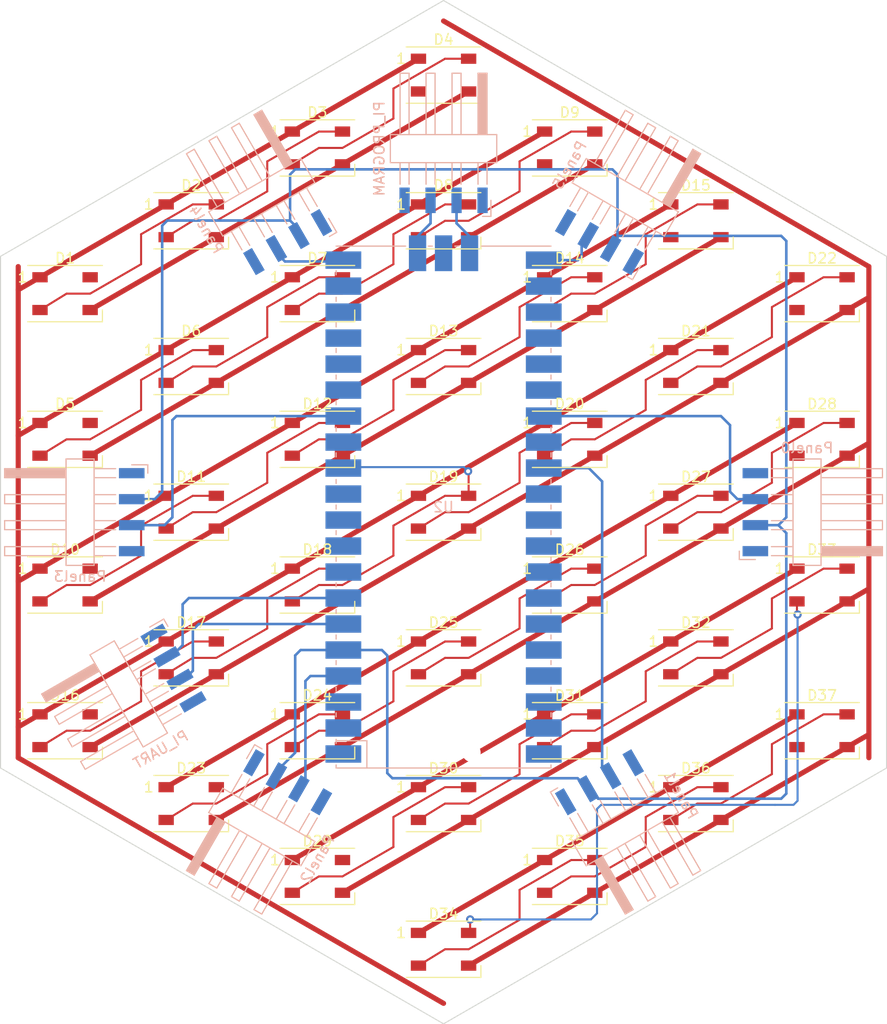
<source format=kicad_pcb>
(kicad_pcb (version 20220609) (generator pcbnew)
  (layers (0 "F.Cu" signal) (31 "B.Cu" signal) (34 "B.Paste" user) (35 "F.Paste" user) (36 "B.SilkS" user "B.Silkscreen") (37 "F.SilkS" user "F.Silkscreen") (38 "B.Mask" user) (39 "F.Mask" user) (44 "Edge.Cuts" user))
  (net 0 "")
  (net 1 "/Panel_UART_TX")
  (net 2 "/Panel_UART_RX_0")
  (net 3 "/Panel_UART_RX_1")
  (net 4 "/Panel_UART_RX_2")
  (net 5 "/Panel_UART_RX_3")
  (net 6 "/Panel_UART_RX_4")
  (net 7 "/Panel_UART_RX_5")
  (net 8 "/PI_Debug_UART_TX")
  (net 9 "/PI_Debug_UART_RX")
  (net 10 "/PI_SWCLK")
  (net 11 "/PI_SWDIO")
  (net 34 "Net-(D1-DOUT)")
  (net 35 "+5V")
  (net 36 "Net-(D2-DOUT)")
  (net 37 "GND")
  (net 38 "/LED_DATA")
  (net 39 "Net-(D3-DOUT)")
  (net 40 "Net-(D4-DOUT)")
  (net 41 "Net-(D5-DOUT)")
  (net 42 "Net-(D6-DOUT)")
  (net 43 "Net-(D7-DOUT)")
  (net 44 "Net-(D8-DOUT)")
  (net 45 "Net-(D10-DIN)")
  (net 46 "Net-(D10-DOUT)")
  (net 47 "Net-(D11-DOUT)")
  (net 48 "Net-(D12-DOUT)")
  (net 49 "Net-(D13-DOUT)")
  (net 50 "Net-(D14-DOUT)")
  (net 51 "Net-(D15-DOUT)")
  (net 52 "Net-(D16-DOUT)")
  (net 53 "Net-(D17-DOUT)")
  (net 54 "Net-(D18-DOUT)")
  (net 55 "Net-(D19-DOUT)")
  (net 56 "Net-(D20-DOUT)")
  (net 57 "Net-(D21-DOUT)")
  (net 58 "Net-(D22-DOUT)")
  (net 59 "Net-(D23-DOUT)")
  (net 60 "Net-(D24-DOUT)")
  (net 61 "Net-(D25-DOUT)")
  (net 62 "Net-(D26-DOUT)")
  (net 63 "Net-(D27-DOUT)")
  (net 64 "Net-(D28-DOUT)")
  (net 65 "Net-(D29-DOUT)")
  (net 66 "Net-(D30-DOUT)")
  (net 67 "Net-(D31-DOUT)")
  (net 68 "Net-(D32-DOUT)")
  (net 69 "Net-(D33-DOUT)")
  (net 70 "Net-(D34-DOUT)")
  (net 71 "Net-(D35-DOUT)")
  (net 72 "Net-(D36-DOUT)")
  (net 73 "/LEDx37/DOUT")
  (footprint "LED_SMD:LED_WS2812B_PLCC4_5.0x5.0mm_P3.2mm" (layer "F.Cu") (at 107.670075 62.881315)
    (fp_text reference "D12")
    (fp_text value "WS2812B" hide)
  )
  (footprint "LED_SMD:LED_WS2812B_PLCC4_5.0x5.0mm_P3.2mm" (layer "F.Cu") (at 107.670075 34.406575)
    (fp_text reference "D3")
    (fp_text value "WS2812B" hide)
  )
  (footprint "LED_SMD:LED_WS2812B_PLCC4_5.0x5.0mm_P3.2mm" (layer "F.Cu") (at 156.989772 91.356054)
    (fp_text reference "D37")
    (fp_text value "WS2812B" hide)
  )
  (footprint "LED_SMD:LED_WS2812B_PLCC4_5.0x5.0mm_P3.2mm" (layer "F.Cu") (at 107.670075 48.643945)
    (fp_text reference "D7")
    (fp_text value "WS2812B" hide)
  )
  (footprint "LED_SMD:LED_WS2812B_PLCC4_5.0x5.0mm_P3.2mm" (layer "F.Cu") (at 132.329924 62.881315)
    (fp_text reference "D20")
    (fp_text value "WS2812B" hide)
  )
  (footprint "LED_SMD:LED_WS2812B_PLCC4_5.0x5.0mm_P3.2mm" (layer "F.Cu") (at 120 41.52526)
    (fp_text reference "D8")
    (fp_text value "WS2812B" hide)
  )
  (footprint "LED_SMD:LED_WS2812B_PLCC4_5.0x5.0mm_P3.2mm" (layer "F.Cu") (at 156.989772 62.881315)
    (fp_text reference "D28")
    (fp_text value "WS2812B" hide)
  )
  (footprint "LED_SMD:LED_WS2812B_PLCC4_5.0x5.0mm_P3.2mm" (layer "F.Cu") (at 120 84.237369)
    (fp_text reference "D25")
    (fp_text value "WS2812B" hide)
  )
  (footprint "LED_SMD:LED_WS2812B_PLCC4_5.0x5.0mm_P3.2mm" (layer "F.Cu") (at 83.010227 48.643945)
    (fp_text reference "D1")
    (fp_text value "WS2812B" hide)
  )
  (footprint "LED_SMD:LED_WS2812B_PLCC4_5.0x5.0mm_P3.2mm" (layer "F.Cu") (at 83.010227 62.881315)
    (fp_text reference "D5")
    (fp_text value "WS2812B" hide)
  )
  (footprint "LED_SMD:LED_WS2812B_PLCC4_5.0x5.0mm_P3.2mm" (layer "F.Cu") (at 132.329924 34.406575)
    (fp_text reference "D9")
    (fp_text value "WS2812B" hide)
  )
  (footprint "LED_SMD:LED_WS2812B_PLCC4_5.0x5.0mm_P3.2mm" (layer "F.Cu") (at 95.340151 41.52526)
    (fp_text reference "D2")
    (fp_text value "WS2812B" hide)
  )
  (footprint "LED_SMD:LED_WS2812B_PLCC4_5.0x5.0mm_P3.2mm" (layer "F.Cu") (at 120 27.28789)
    (fp_text reference "D4")
    (fp_text value "WS2812B" hide)
  )
  (footprint "LED_SMD:LED_WS2812B_PLCC4_5.0x5.0mm_P3.2mm" (layer "F.Cu") (at 120 55.76263)
    (fp_text reference "D13")
    (fp_text value "WS2812B" hide)
  )
  (footprint "LED_SMD:LED_WS2812B_PLCC4_5.0x5.0mm_P3.2mm" (layer "F.Cu") (at 83.010227 77.118684)
    (fp_text reference "D10")
    (fp_text value "WS2812B" hide)
  )
  (footprint "LED_SMD:LED_WS2812B_PLCC4_5.0x5.0mm_P3.2mm" (layer "F.Cu") (at 144.659848 55.76263)
    (fp_text reference "D21")
    (fp_text value "WS2812B" hide)
  )
  (footprint "LED_SMD:LED_WS2812B_PLCC4_5.0x5.0mm_P3.2mm" (layer "F.Cu") (at 156.989772 77.118684)
    (fp_text reference "D33")
    (fp_text value "WS2812B" hide)
  )
  (footprint "LED_SMD:LED_WS2812B_PLCC4_5.0x5.0mm_P3.2mm" (layer "F.Cu") (at 156.989772 48.643945)
    (fp_text reference "D22")
    (fp_text value "WS2812B" hide)
  )
  (footprint "LED_SMD:LED_WS2812B_PLCC4_5.0x5.0mm_P3.2mm" (layer "F.Cu") (at 132.329924 105.593424)
    (fp_text reference "D35")
    (fp_text value "WS2812B" hide)
  )
  (footprint "LED_SMD:LED_WS2812B_PLCC4_5.0x5.0mm_P3.2mm" (layer "F.Cu") (at 107.670075 105.593424)
    (fp_text reference "D29")
    (fp_text value "WS2812B" hide)
  )
  (footprint "LED_SMD:LED_WS2812B_PLCC4_5.0x5.0mm_P3.2mm" (layer "F.Cu") (at 144.659848 98.474739)
    (fp_text reference "D36")
    (fp_text value "WS2812B" hide)
  )
  (footprint "LED_SMD:LED_WS2812B_PLCC4_5.0x5.0mm_P3.2mm" (layer "F.Cu") (at 120 98.474739)
    (fp_text reference "D30")
    (fp_text value "WS2812B" hide)
  )
  (footprint "LED_SMD:LED_WS2812B_PLCC4_5.0x5.0mm_P3.2mm" (layer "F.Cu") (at 95.340151 55.76263)
    (fp_text reference "D6")
    (fp_text value "WS2812B" hide)
  )
  (footprint "LED_SMD:LED_WS2812B_PLCC4_5.0x5.0mm_P3.2mm" (layer "F.Cu") (at 132.329924 48.643945)
    (fp_text reference "D14")
    (fp_text value "WS2812B" hide)
  )
  (footprint "LED_SMD:LED_WS2812B_PLCC4_5.0x5.0mm_P3.2mm" (layer "F.Cu") (at 120 70)
    (fp_text reference "D19")
    (fp_text value "WS2812B" hide)
  )
  (footprint "LED_SMD:LED_WS2812B_PLCC4_5.0x5.0mm_P3.2mm" (layer "F.Cu") (at 144.659848 84.237369)
    (fp_text reference "D32")
    (fp_text value "WS2812B" hide)
  )
  (footprint "LED_SMD:LED_WS2812B_PLCC4_5.0x5.0mm_P3.2mm" (layer "F.Cu") (at 144.659848 41.52526)
    (fp_text reference "D15")
    (fp_text value "WS2812B" hide)
  )
  (footprint "LED_SMD:LED_WS2812B_PLCC4_5.0x5.0mm_P3.2mm" (layer "F.Cu") (at 107.670075 77.118684)
    (fp_text reference "D18")
    (fp_text value "WS2812B" hide)
  )
  (footprint "LED_SMD:LED_WS2812B_PLCC4_5.0x5.0mm_P3.2mm" (layer "F.Cu") (at 144.659848 70)
    (fp_text reference "D27")
    (fp_text value "WS2812B" hide)
  )
  (footprint "LED_SMD:LED_WS2812B_PLCC4_5.0x5.0mm_P3.2mm" (layer "F.Cu") (at 95.340151 70)
    (fp_text reference "D11")
    (fp_text value "WS2812B" hide)
  )
  (footprint "LED_SMD:LED_WS2812B_PLCC4_5.0x5.0mm_P3.2mm" (layer "F.Cu") (at 107.670075 91.356054)
    (fp_text reference "D24")
    (fp_text value "WS2812B" hide)
  )
  (footprint "LED_SMD:LED_WS2812B_PLCC4_5.0x5.0mm_P3.2mm" (layer "F.Cu") (at 120 112.712109)
    (fp_text reference "D34")
    (fp_text value "WS2812B" hide)
  )
  (footprint "LED_SMD:LED_WS2812B_PLCC4_5.0x5.0mm_P3.2mm" (layer "F.Cu") (at 132.329924 91.356054)
    (fp_text reference "D31")
    (fp_text value "WS2812B" hide)
  )
  (footprint "LED_SMD:LED_WS2812B_PLCC4_5.0x5.0mm_P3.2mm" (layer "F.Cu") (at 83.010227 91.356054)
    (fp_text reference "D16")
    (fp_text value "WS2812B" hide)
  )
  (footprint "LED_SMD:LED_WS2812B_PLCC4_5.0x5.0mm_P3.2mm" (layer "F.Cu") (at 95.340151 84.237369)
    (fp_text reference "D17")
    (fp_text value "WS2812B" hide)
  )
  (footprint "LED_SMD:LED_WS2812B_PLCC4_5.0x5.0mm_P3.2mm" (layer "F.Cu") (at 95.340151 98.474739)
    (fp_text reference "D23")
    (fp_text value "WS2812B" hide)
  )
  (footprint "LED_SMD:LED_WS2812B_PLCC4_5.0x5.0mm_P3.2mm" (layer "F.Cu") (at 132.329924 77.118684)
    (fp_text reference "D26")
    (fp_text value "WS2812B" hide)
  )
  (footprint "Connector_Harwin:Harwin_M20-89004xx_1x04_P2.54mm_Horizontal" (layer "B.Cu") (at 102 101.18 -120)
    (fp_text reference "J3" hide)
    (fp_text value "Panel2")
  )
  (footprint "Connector_Harwin:Harwin_M20-89004xx_1x04_P2.54mm_Horizontal" (layer "B.Cu") (at 138 38.82 60)
    (fp_text reference "J6" hide)
    (fp_text value "Panel5")
  )
  (footprint "Connector_Harwin:Harwin_M20-89004xx_1x04_P2.54mm_Horizontal" (layer "B.Cu") (at 102 38.82 120)
    (fp_text reference "J5" hide)
    (fp_text value "Panel4")
  )
  (footprint "Connector_Harwin:Harwin_M20-89004xx_1x04_P2.54mm_Horizontal" (layer "B.Cu") (at 156 70)
    (fp_text reference "J1" hide)
    (fp_text value "Panel0")
  )
  (footprint "MCU_RaspberryPi_and_Boards:RPi_Pico_SMD" (layer "B.Cu") (at 120 69.5)
    (fp_text reference "U2")
    (fp_text value "Pico")
  )
  (footprint "Connector_Harwin:Harwin_M20-89004xx_1x04_P2.54mm_Horizontal" (layer "B.Cu") (at 88.82 88 -150)
    (fp_text reference "J7" hide)
    (fp_text value "PI_UART")
  )
  (footprint "Connector_Harwin:Harwin_M20-89004xx_1x04_P2.54mm_Horizontal" (layer "B.Cu") (at 120 34 90)
    (fp_text reference "J9" hide)
    (fp_text value "PI_PROGRAM")
  )
  (footprint "Connector_Harwin:Harwin_M20-89004xx_1x04_P2.54mm_Horizontal" (layer "B.Cu") (at 138 101.18 -60)
    (fp_text reference "J2" hide)
    (fp_text value "Panel1")
  )
  (footprint "Connector_Harwin:Harwin_M20-89004xx_1x04_P2.54mm_Horizontal" (layer "B.Cu") (at 84 70 180)
    (fp_text reference "J4" hide)
    (fp_text value "Panel3")
  )
  (gr_line (start 76.7 45) (end 76.7 95) (stroke (width 0.1)) (layer "Edge.Cuts"))
  (gr_line (start 163.3 95) (end 163.3 45) (stroke (width 0.1)) (layer "Edge.Cuts"))
  (gr_line (start 120 120) (end 163.3 95) (stroke (width 0.1)) (layer "Edge.Cuts"))
  (gr_line (start 163.3 45) (end 120 20) (stroke (width 0.1)) (layer "Edge.Cuts"))
  (gr_line (start 76.7 95) (end 120 120) (stroke (width 0.1)) (layer "Edge.Cuts"))
  (gr_line (start 120 20) (end 76.7 45) (stroke (width 0.1)) (layer "Edge.Cuts"))
  (segment (start 153.5 97.5) (end 153 98) (width 0.25) (layer "B.Cu") (net 1))
  (segment (start 114.5 84) (end 114.5 95.5) (width 0.25) (layer "B.Cu") (net 1))
  (segment (start 105.5 84) (end 105.5 93.5) (width 0.25) (layer "B.Cu") (net 1))
  (segment (start 103.662648 95.337352) (end 103.662648 95.76021) (width 0.25) (layer "B.Cu") (net 1))
  (segment (start 137 43.577142) (end 137 43) (width 0.25) (layer "B.Cu") (net 1))
  (segment (start 105.862352 42.362352) (end 105.862352 42.96979) (width 0.25) (layer "B.Cu") (net 1))
  (segment (start 152.73 71.27) (end 153.5 72.04) (width 0.25) (layer "B.Cu") (net 1))
  (segment (start 91.77 68.73) (end 92.5 68) (width 0.25) (layer "B.Cu") (net 1))
  (segment (start 153.5 70.5) (end 152.73 71.27) (width 0.25) (layer "B.Cu") (net 1))
  (segment (start 113.97 83.47) (end 114.5 84) (width 0.25) (layer "B.Cu") (net 1))
  (segment (start 115 96) (end 133.107438 96) (width 0.25) (layer "B.Cu") (net 1))
  (segment (start 136.337352 44.23979) (end 137 43.577142) (width 0.25) (layer "B.Cu") (net 1))
  (segment (start 111.11 83.47) (end 106.03 83.47) (width 0.25) (layer "B.Cu") (net 1))
  (segment (start 135.107438 98) (end 134.137648 97.03021) (width 0.25) (layer "B.Cu") (net 1))
  (segment (start 93 41.5) (end 105 41.5) (width 0.25) (layer "B.Cu") (net 1))
  (segment (start 137 43) (end 137 37) (width 0.25) (layer "B.Cu") (net 1))
  (segment (start 114.5 95.5) (end 115 96) (width 0.25) (layer "B.Cu") (net 1))
  (segment (start 111.11 83.47) (end 113.97 83.47) (width 0.25) (layer "B.Cu") (net 1))
  (segment (start 105.5 93.5) (end 103.662648 95.337352) (width 0.25) (layer "B.Cu") (net 1))
  (segment (start 153.5 72.04) (end 153.5 97.5) (width 0.25) (layer "B.Cu") (net 1))
  (segment (start 105.5 36.5) (end 105 37) (width 0.25) (layer "B.Cu") (net 1))
  (segment (start 153 43) (end 153.5 43.5) (width 0.25) (layer "B.Cu") (net 1))
  (segment (start 137 37) (end 136.5 36.5) (width 0.25) (layer "B.Cu") (net 1))
  (segment (start 92.5 42) (end 93 41.5) (width 0.25) (layer "B.Cu") (net 1))
  (segment (start 137 43) (end 153 43) (width 0.25) (layer "B.Cu") (net 1))
  (segment (start 136.5 36.5) (end 105.5 36.5) (width 0.25) (layer "B.Cu") (net 1))
  (segment (start 105 37) (end 105 41.5) (width 0.25) (layer "B.Cu") (net 1))
  (segment (start 89.525 68.73) (end 91.77 68.73) (width 0.25) (layer "B.Cu") (net 1))
  (segment (start 153.5 43.5) (end 153.5 70.5) (width 0.25) (layer "B.Cu") (net 1))
  (segment (start 105 41.5) (end 105.862352 42.362352) (width 0.25) (layer "B.Cu") (net 1))
  (segment (start 106.03 83.47) (end 105.5 84) (width 0.25) (layer "B.Cu") (net 1))
  (segment (start 152.73 71.27) (end 150.475 71.27) (width 0.25) (layer "B.Cu") (net 1))
  (segment (start 92.5 68) (end 92.5 42) (width 0.25) (layer "B.Cu") (net 1))
  (segment (start 153 98) (end 135.107438 98) (width 0.25) (layer "B.Cu") (net 1))
  (segment (start 133.107438 96) (end 134.137648 97.03021) (width 0.25) (layer "B.Cu") (net 1))
  (segment (start 148.73 68.73) (end 150.475 68.73) (width 0.25) (layer "B.Cu") (net 2))
  (segment (start 148 61.5) (end 148 68) (width 0.25) (layer "B.Cu") (net 2))
  (segment (start 128.89 60.61) (end 147.11 60.61) (width 0.25) (layer "B.Cu") (net 2))
  (segment (start 148 68) (end 148.73 68.73) (width 0.25) (layer "B.Cu") (net 2))
  (segment (start 147.11 60.61) (end 148 61.5) (width 0.25) (layer "B.Cu") (net 2))
  (segment (start 135.5 94.922858) (end 136.337352 95.76021) (width 0.25) (layer "B.Cu") (net 3))
  (segment (start 135.5 67) (end 135.5 94.922858) (width 0.25) (layer "B.Cu") (net 3))
  (segment (start 134.19 65.69) (end 135.5 67) (width 0.25) (layer "B.Cu") (net 3))
  (segment (start 128.89 65.69) (end 134.19 65.69) (width 0.25) (layer "B.Cu") (net 3))
  (segment (start 111.11 86.01) (end 106.99 86.01) (width 0.25) (layer "B.Cu") (net 4))
  (segment (start 106.5 86.5) (end 106.5 96.392562) (width 0.25) (layer "B.Cu") (net 4))
  (segment (start 106.99 86.01) (end 106.5 86.5) (width 0.25) (layer "B.Cu") (net 4))
  (segment (start 106.5 96.392562) (end 105.862352 97.03021) (width 0.25) (layer "B.Cu") (net 4))
  (segment (start 93.5 61) (end 93.89 60.61) (width 0.25) (layer "B.Cu") (net 5))
  (segment (start 93.89 60.61) (end 111.11 60.61) (width 0.25) (layer "B.Cu") (net 5))
  (segment (start 92.73 71.27) (end 93.5 70.5) (width 0.25) (layer "B.Cu") (net 5))
  (segment (start 93.5 70.5) (end 93.5 61) (width 0.25) (layer "B.Cu") (net 5))
  (segment (start 89.525 71.27) (end 92.73 71.27) (width 0.25) (layer "B.Cu") (net 5))
  (segment (start 103.662648 44.662648) (end 103.662648 44.23979) (width 0.25) (layer "B.Cu") (net 6))
  (segment (start 111.11 45.37) (end 110.98 45.5) (width 0.25) (layer "B.Cu") (net 6))
  (segment (start 104.5 45.5) (end 103.662648 44.662648) (width 0.25) (layer "B.Cu") (net 6))
  (segment (start 110.98 45.5) (end 104.5 45.5) (width 0.25) (layer "B.Cu") (net 6))
  (segment (start 133.5 43.607438) (end 134.137648 42.96979) (width 0.25) (layer "B.Cu") (net 7))
  (segment (start 128.89 45.37) (end 133.13 45.37) (width 0.25) (layer "B.Cu") (net 7))
  (segment (start 133.13 45.37) (end 133.5 45) (width 0.25) (layer "B.Cu") (net 7))
  (segment (start 133.5 45) (end 133.5 43.607438) (width 0.25) (layer "B.Cu") (net 7))
  (segment (start 93.362352 84.137648) (end 92.96979 84.137648) (width 0.25) (layer "B.Cu") (net 8))
  (segment (start 94.5 83) (end 93.362352 84.137648) (width 0.25) (layer "B.Cu") (net 8))
  (segment (start 94.5 79) (end 94.5 83) (width 0.25) (layer "B.Cu") (net 8))
  (segment (start 95.11 78.39) (end 94.5 79) (width 0.25) (layer "B.Cu") (net 8))
  (segment (start 111.11 78.39) (end 95.11 78.39) (width 0.25) (layer "B.Cu") (net 8))
  (segment (start 94.662648 86.337352) (end 94.23979 86.337352) (width 0.25) (layer "B.Cu") (net 9))
  (segment (start 111.11 80.93) (end 96.07 80.93) (width 0.25) (layer "B.Cu") (net 9))
  (segment (start 95.5 85.5) (end 94.662648 86.337352) (width 0.25) (layer "B.Cu") (net 9))
  (segment (start 95.5 81.5) (end 95.5 85.5) (width 0.25) (layer "B.Cu") (net 9))
  (segment (start 96.07 80.93) (end 95.5 81.5) (width 0.25) (layer "B.Cu") (net 9))
  (segment (start 117.46 43.04) (end 118.73 41.77) (width 0.25) (layer "B.Cu") (net 10))
  (segment (start 118.73 41.77) (end 118.73 39.525) (width 0.25) (layer "B.Cu") (net 10))
  (segment (start 117.46 45.6) (end 117.46 43.04) (width 0.25) (layer "B.Cu") (net 10))
  (segment (start 121.27 41.77) (end 121.27 39.525) (width 0.25) (layer "B.Cu") (net 11))
  (segment (start 122.54 43.04) (end 121.27 41.77) (width 0.25) (layer "B.Cu") (net 11))
  (segment (start 122.54 45.6) (end 122.54 43.04) (width 0.25) (layer "B.Cu") (net 11))
  (segment (start 83.158304 48.643945) (end 85.460227 48.643945) (width 0.2) (layer "F.Cu") (net 34))
  (segment (start 95.488228 39.92526) (end 97.790151 39.92526) (width 0.2) (layer "F.Cu") (net 34))
  (segment (start 90.440151 42.839768) (end 95.488228 39.92526) (width 0.2) (layer "F.Cu") (net 34))
  (segment (start 80.560227 50.243945) (end 83.158304 48.643945) (width 0.2) (layer "F.Cu") (net 34))
  (segment (start 90.440151 45.768784) (end 90.440151 42.839768) (width 0.2) (layer "F.Cu") (net 34))
  (segment (start 85.460227 48.643945) (end 90.440151 45.768784) (width 0.2) (layer "F.Cu") (net 34))
  (segment (start 92.890151 54.16263) (end 105.220075 47.043945) (width 0.5) (layer "F.Cu") (net 35))
  (segment (start 78.43078 94) (end 78.43078 46) (width 0.5) (layer "F.Cu") (net 35))
  (segment (start 105.220075 75.518684) (end 117.55 68.4) (width 0.5) (layer "F.Cu") (net 35))
  (segment (start 129.879924 75.518684) (end 142.209848 68.4) (width 0.5) (layer "F.Cu") (net 35))
  (segment (start 117.55 54.16263) (end 129.879924 47.043945) (width 0.5) (layer "F.Cu") (net 35))
  (segment (start 115.1 74.243524) (end 115.1 71.314508) (width 0.2) (layer "F.Cu") (net 35))
  (segment (start 142.209848 68.4) (end 154.539772 61.281315) (width 0.5) (layer "F.Cu") (net 35))
  (segment (start 105.220075 61.281315) (end 117.55 54.16263) (width 0.5) (layer "F.Cu") (net 35))
  (segment (start 105.220075 32.806575) (end 117.55 25.68789) (width 0.5) (layer "F.Cu") (net 35))
  (segment (start 129.879924 103.993424) (end 142.209848 96.874739) (width 0.5) (layer "F.Cu") (net 35))
  (segment (start 92.890151 68.4) (end 105.220075 61.281315) (width 0.5) (layer "F.Cu") (net 35))
  (segment (start 105.220075 78.718684) (end 107.818152 77.118684) (width 0.2) (layer "F.Cu") (net 35))
  (segment (start 129.879924 61.281315) (end 142.209848 54.16263) (width 0.5) (layer "F.Cu") (net 35))
  (segment (start 92.890151 82.637369) (end 105.220075 75.518684) (width 0.5) (layer "F.Cu") (net 35))
  (segment (start 105.220075 89.756054) (end 117.55 82.637369) (width 0.5) (layer "F.Cu") (net 35))
  (segment (start 117.55 39.92526) (end 129.879924 32.806575) (width 0.5) (layer "F.Cu") (net 35))
  (segment (start 80.560227 61.281315) (end 78.43078 62.510751) (width 0.5) (layer "F.Cu") (net 35))
  (segment (start 80.560227 75.518684) (end 78.43078 76.748121) (width 0.5) (layer "F.Cu") (net 35))
  (segment (start 129.879924 47.043945) (end 142.209848 39.92526) (width 0.5) (layer "F.Cu") (net 35))
  (segment (start 92.890151 39.92526) (end 105.220075 32.806575) (width 0.5) (layer "F.Cu") (net 35))
  (segment (start 80.560227 89.756054) (end 78.43078 90.985491) (width 0.5) (layer "F.Cu") (net 35))
  (segment (start 117.55 82.637369) (end 129.879924 75.518684) (width 0.5) (layer "F.Cu") (net 35))
  (segment (start 105.220075 47.043945) (end 117.55 39.92526) (width 0.5) (layer "F.Cu") (net 35))
  (segment locked (start 122.4 66) (end 122.45 66.05) (width 0.2) (layer "F.Cu") (net 35))
  (segment (start 142.209848 54.16263) (end 154.539772 47.043945) (width 0.5) (layer "F.Cu") (net 35))
  (segment (start 115.1 71.314508) (end 120.148076 68.4) (width 0.2) (layer "F.Cu") (net 35))
  (segment (start 142.209848 96.874739) (end 154.539772 89.756054) (width 0.5) (layer "F.Cu") (net 35))
  (segment (start 105.220075 103.993424) (end 117.55 96.874739) (width 0.5) (layer "F.Cu") (net 35))
  (segment (start 117.55 111.112109) (end 129.879924 103.993424) (width 0.5) (layer "F.Cu") (net 35))
  (segment (start 107.818152 77.118684) (end 110.120075 77.118684) (width 0.2) (layer "F.Cu") (net 35))
  (segment (start 80.560227 47.043945) (end 92.890151 39.92526) (width 0.5) (layer "F.Cu") (net 35))
  (segment (start 120 118) (end 78.43078 94) (width 0.5) (layer "F.Cu") (net 35))
  (segment (start 80.560227 89.756054) (end 92.890151 82.637369) (width 0.5) (layer "F.Cu") (net 35))
  (segment (start 129.879924 89.756054) (end 142.209848 82.637369) (width 0.5) (layer "F.Cu") (net 35))
  (segment (start 92.890151 96.874739) (end 105.220075 89.756054) (width 0.5) (layer "F.Cu") (net 35))
  (segment (start 80.560227 75.518684) (end 92.890151 68.4) (width 0.5) (layer "F.Cu") (net 35))
  (segment (start 120.148076 68.4) (end 122.45 68.4) (width 0.2) (layer "F.Cu") (net 35))
  (segment (start 142.209848 82.637369) (end 154.539772 75.518684) (width 0.5) (layer "F.Cu") (net 35))
  (segment (start 80.560227 47.043945) (end 78.43078 48.273382) (width 0.5) (layer "F.Cu") (net 35))
  (segment locked (start 122.45 66.05) (end 122.45 68.4) (width 0.2) (layer "F.Cu") (net 35))
  (segment (start 117.55 96.874739) (end 129.879924 89.756054) (width 0.5) (layer "F.Cu") (net 35))
  (segment (start 80.560227 61.281315) (end 92.890151 54.16263) (width 0.5) (layer "F.Cu") (net 35))
  (segment (start 110.120075 77.118684) (end 115.1 74.243524) (width 0.2) (layer "F.Cu") (net 35))
  (segment (start 117.55 68.4) (end 129.879924 61.281315) (width 0.5) (layer "F.Cu") (net 35))
  (via locked (at 122.4 66) (size 0.8) (drill 0.4) (layers "F.Cu" "B.Cu") (net 35))
  (segment locked (start 122 65.6) (end 122.4 66) (width 0.2) (layer "B.Cu") (net 35))
  (segment locked (start 111.11 65.69) (end 110.49 65.69) (width 0.2) (layer "B.Cu") (net 35))
  (segment locked (start 110.4 65.6) (end 122 65.6) (width 0.2) (layer "B.Cu") (net 35))
  (segment locked (start 110.49 65.69) (end 110.4 65.6) (width 0.2) (layer "B.Cu") (net 35))
  (segment (start 97.790151 41.52526) (end 102.770075 38.650099) (width 0.2) (layer "F.Cu") (net 36))
  (segment (start 102.770075 38.650099) (end 102.770075 35.721083) (width 0.2) (layer "F.Cu") (net 36))
  (segment (start 95.488228 41.52526) (end 97.790151 41.52526) (width 0.2) (layer "F.Cu") (net 36))
  (segment (start 92.890151 43.12526) (end 95.488228 41.52526) (width 0.2) (layer "F.Cu") (net 36))
  (segment (start 107.818152 32.806575) (end 110.120075 32.806575) (width 0.2) (layer "F.Cu") (net 36))
  (segment (start 102.770075 35.721083) (end 107.818152 32.806575) (width 0.2) (layer "F.Cu") (net 36))
  (segment (start 122.45 43.12526) (end 134.779924 36.006575) (width 0.5) (layer "F.Cu") (net 37))
  (segment (start 110.120075 107.193424) (end 122.45 100.074739) (width 0.5) (layer "F.Cu") (net 37))
  (segment (start 85.460227 78.718684) (end 97.790151 71.6) (width 0.5) (layer "F.Cu") (net 37))
  (segment (start 85.460227 64.481315) (end 97.790151 57.36263) (width 0.5) (layer "F.Cu") (net 37))
  (segment (start 110.120075 64.481315) (end 122.45 57.36263) (width 0.5) (layer "F.Cu") (net 37))
  (segment (start 122.45 85.837369) (end 134.779924 78.718684) (width 0.5) (layer "F.Cu") (net 37))
  (segment (start 161.569219 46) (end 120 22) (width 0.5) (layer "F.Cu") (net 37))
  (segment (start 134.779924 107.193424) (end 147.109848 100.074739) (width 0.5) (layer "F.Cu") (net 37))
  (segment (start 159.439772 50.243945) (end 161.569219 49.014508) (width 0.5) (layer "F.Cu") (net 37))
  (segment (start 97.790151 100.074739) (end 110.120075 92.956054) (width 0.5) (layer "F.Cu") (net 37))
  (segment (start 147.109848 71.6) (end 159.439772 64.481315) (width 0.5) (layer "F.Cu") (net 37))
  (segment (start 134.779924 92.956054) (end 147.109848 85.837369) (width 0.5) (layer "F.Cu") (net 37))
  (segment (start 97.790151 43.12526) (end 110.120075 36.006575) (width 0.5) (layer "F.Cu") (net 37))
  (segment (start 122.45 100.074739) (end 134.779924 92.956054) (width 0.5) (layer "F.Cu") (net 37))
  (segment (start 85.460227 92.956054) (end 97.790151 85.837369) (width 0.5) (layer "F.Cu") (net 37))
  (segment (start 134.779924 64.481315) (end 147.109848 57.36263) (width 0.5) (layer "F.Cu") (net 37))
  (segment (start 159.439772 92.956054) (end 161.569219 91.726617) (width 0.5) (layer "F.Cu") (net 37))
  (segment (start 97.790151 71.6) (end 110.120075 64.481315) (width 0.5) (layer "F.Cu") (net 37))
  (segment (start 159.439772 78.718684) (end 161.569219 77.489248) (width 0.5) (layer "F.Cu") (net 37))
  (segment (start 161.569219 94) (end 161.569219 46) (width 0.5) (layer "F.Cu") (net 37))
  (segment (start 147.109848 57.36263) (end 159.439772 50.243945) (width 0.5) (layer "F.Cu") (net 37))
  (segment (start 97.790151 85.837369) (end 110.120075 78.718684) (width 0.5) (layer "F.Cu") (net 37))
  (segment (start 110.120075 50.243945) (end 122.45 43.12526) (width 0.5) (layer "F.Cu") (net 37))
  (segment (start 134.779924 78.718684) (end 147.109848 71.6) (width 0.5) (layer "F.Cu") (net 37))
  (segment (start 134.779924 50.243945) (end 147.109848 43.12526) (width 0.5) (layer "F.Cu") (net 37))
  (segment (start 110.120075 36.006575) (end 122.45 28.88789) (width 0.5) (layer "F.Cu") (net 37))
  (segment (start 122.45 57.36263) (end 134.779924 50.243945) (width 0.5) (layer "F.Cu") (net 37))
  (segment (start 122.45 71.6) (end 134.779924 64.481315) (width 0.5) (layer "F.Cu") (net 37))
  (segment (start 147.109848 100.074739) (end 159.439772 92.956054) (width 0.5) (layer "F.Cu") (net 37))
  (segment (start 147.109848 85.837369) (end 159.439772 78.718684) (width 0.5) (layer "F.Cu") (net 37))
  (segment (start 110.120075 92.956054) (end 122.45 85.837369) (width 0.5) (layer "F.Cu") (net 37))
  (segment (start 85.460227 50.243945) (end 97.790151 43.12526) (width 0.5) (layer "F.Cu") (net 37))
  (segment (start 110.120075 78.718684) (end 122.45 71.6) (width 0.5) (layer "F.Cu") (net 37))
  (segment (start 159.439772 64.481315) (end 161.569219 63.251878) (width 0.5) (layer "F.Cu") (net 37))
  (segment (start 122.45 114.312109) (end 134.779924 107.193424) (width 0.5) (layer "F.Cu") (net 37))
  (segment (start 97.790151 57.36263) (end 110.120075 50.243945) (width 0.5) (layer "F.Cu") (net 37))
  (segment (start 107.818152 34.406575) (end 110.120075 34.406575) (width 0.2) (layer "F.Cu") (net 39))
  (segment (start 110.120075 34.406575) (end 115.1 31.531414) (width 0.2) (layer "F.Cu") (net 39))
  (segment (start 115.1 31.531414) (end 115.1 28.602398) (width 0.2) (layer "F.Cu") (net 39))
  (segment (start 115.1 28.602398) (end 120.148076 25.68789) (width 0.2) (layer "F.Cu") (net 39))
  (segment (start 105.220075 36.006575) (end 107.818152 34.406575) (width 0.2) (layer "F.Cu") (net 39))
  (segment (start 120.148076 25.68789) (end 122.45 25.68789) (width 0.2) (layer "F.Cu") (net 39))
  (segment (start 83.158304 62.881315) (end 85.460227 62.881315) (width 0.2) (layer "F.Cu") (net 41))
  (segment (start 80.560227 64.481315) (end 83.158304 62.881315) (width 0.2) (layer "F.Cu") (net 41))
  (segment (start 85.460227 62.881315) (end 90.440151 60.006154) (width 0.2) (layer "F.Cu") (net 41))
  (segment (start 90.440151 57.077138) (end 95.488228 54.16263) (width 0.2) (layer "F.Cu") (net 41))
  (segment (start 95.488228 54.16263) (end 97.790151 54.16263) (width 0.2) (layer "F.Cu") (net 41))
  (segment (start 90.440151 60.006154) (end 90.440151 57.077138) (width 0.2) (layer "F.Cu") (net 41))
  (segment (start 107.818152 47.043945) (end 110.120075 47.043945) (width 0.2) (layer "F.Cu") (net 42))
  (segment (start 92.890151 57.36263) (end 95.488228 55.76263) (width 0.2) (layer "F.Cu") (net 42))
  (segment (start 97.790151 55.76263) (end 102.770075 52.887469) (width 0.2) (layer "F.Cu") (net 42))
  (segment (start 102.770075 52.887469) (end 102.770075 49.958453) (width 0.2) (layer "F.Cu") (net 42))
  (segment (start 95.488228 55.76263) (end 97.790151 55.76263) (width 0.2) (layer "F.Cu") (net 42))
  (segment (start 102.770075 49.958453) (end 107.818152 47.043945) (width 0.2) (layer "F.Cu") (net 42))
  (segment (start 115.1 45.768784) (end 115.1 42.839768) (width 0.2) (layer "F.Cu") (net 43))
  (segment (start 107.818152 48.643945) (end 110.120075 48.643945) (width 0.2) (layer "F.Cu") (net 43))
  (segment (start 105.220075 50.243945) (end 107.818152 48.643945) (width 0.2) (layer "F.Cu") (net 43))
  (segment (start 110.120075 48.643945) (end 115.1 45.768784) (width 0.2) (layer "F.Cu") (net 43))
  (segment (start 120.148076 39.92526) (end 122.45 39.92526) (width 0.2) (layer "F.Cu") (net 43))
  (segment (start 115.1 42.839768) (end 120.148076 39.92526) (width 0.2) (layer "F.Cu") (net 43))
  (segment (start 127.429924 35.721083) (end 132.478 32.806575) (width 0.2) (layer "F.Cu") (net 44))
  (segment (start 122.45 41.52526) (end 127.429924 38.650099) (width 0.2) (layer "F.Cu") (net 44))
  (segment (start 117.55 43.12526) (end 120.148076 41.52526) (width 0.2) (layer "F.Cu") (net 44))
  (segment (start 132.478 32.806575) (end 134.779924 32.806575) (width 0.2) (layer "F.Cu") (net 44))
  (segment (start 120.148076 41.52526) (end 122.45 41.52526) (width 0.2) (layer "F.Cu") (net 44))
  (segment (start 127.429924 38.650099) (end 127.429924 35.721083) (width 0.2) (layer "F.Cu") (net 44))
  (segment (start 80.560227 78.718684) (end 83.158304 77.118684) (width 0.2) (layer "F.Cu") (net 46))
  (segment (start 83.158304 77.118684) (end 85.460227 77.118684) (width 0.2) (layer "F.Cu") (net 46))
  (segment (start 90.440151 71.314508) (end 95.488228 68.4) (width 0.2) (layer "F.Cu") (net 46))
  (segment (start 85.460227 77.118684) (end 90.440151 74.243524) (width 0.2) (layer "F.Cu") (net 46))
  (segment (start 90.440151 74.243524) (end 90.440151 71.314508) (width 0.2) (layer "F.Cu") (net 46))
  (segment (start 95.488228 68.4) (end 97.790151 68.4) (width 0.2) (layer "F.Cu") (net 46))
  (segment (start 92.890151 71.6) (end 95.488228 70) (width 0.2) (layer "F.Cu") (net 47))
  (segment (start 95.488228 70) (end 97.790151 70) (width 0.2) (layer "F.Cu") (net 47))
  (segment (start 102.770075 64.195823) (end 107.818152 61.281315) (width 0.2) (layer "F.Cu") (net 47))
  (segment (start 107.818152 61.281315) (end 110.120075 61.281315) (width 0.2) (layer "F.Cu") (net 47))
  (segment (start 97.790151 70) (end 102.770075 67.124839) (width 0.2) (layer "F.Cu") (net 47))
  (segment (start 102.770075 67.124839) (end 102.770075 64.195823) (width 0.2) (layer "F.Cu") (net 47))
  (segment (start 115.1 57.077138) (end 120.148076 54.16263) (width 0.2) (layer "F.Cu") (net 48))
  (segment (start 120.148076 54.16263) (end 122.45 54.16263) (width 0.2) (layer "F.Cu") (net 48))
  (segment (start 107.818152 62.881315) (end 110.120075 62.881315) (width 0.2) (layer "F.Cu") (net 48))
  (segment (start 110.120075 62.881315) (end 115.1 60.006154) (width 0.2) (layer "F.Cu") (net 48))
  (segment (start 105.220075 64.481315) (end 107.818152 62.881315) (width 0.2) (layer "F.Cu") (net 48))
  (segment (start 115.1 60.006154) (end 115.1 57.077138) (width 0.2) (layer "F.Cu") (net 48))
  (segment (start 120.148076 55.76263) (end 122.45 55.76263) (width 0.2) (layer "F.Cu") (net 49))
  (segment (start 122.45 55.76263) (end 127.429924 52.887469) (width 0.2) (layer "F.Cu") (net 49))
  (segment (start 132.478 47.043945) (end 134.779924 47.043945) (width 0.2) (layer "F.Cu") (net 49))
  (segment (start 117.55 57.36263) (end 120.148076 55.76263) (width 0.2) (layer "F.Cu") (net 49))
  (segment (start 127.429924 52.887469) (end 127.429924 49.958453) (width 0.2) (layer "F.Cu") (net 49))
  (segment (start 127.429924 49.958453) (end 132.478 47.043945) (width 0.2) (layer "F.Cu") (net 49))
  (segment (start 139.759848 42.839768) (end 144.807924 39.92526) (width 0.2) (layer "F.Cu") (net 50))
  (segment (start 132.478 48.643945) (end 134.779924 48.643945) (width 0.2) (layer "F.Cu") (net 50))
  (segment (start 139.759848 45.768784) (end 139.759848 42.839768) (width 0.2) (layer "F.Cu") (net 50))
  (segment (start 144.807924 39.92526) (end 147.109848 39.92526) (width 0.2) (layer "F.Cu") (net 50))
  (segment (start 134.779924 48.643945) (end 139.759848 45.768784) (width 0.2) (layer "F.Cu") (net 50))
  (segment (start 129.879924 50.243945) (end 132.478 48.643945) (width 0.2) (layer "F.Cu") (net 50))
  (segment (start 90.440151 85.551878) (end 95.488228 82.637369) (width 0.2) (layer "F.Cu") (net 52))
  (segment (start 83.158304 91.356054) (end 85.460227 91.356054) (width 0.2) (layer "F.Cu") (net 52))
  (segment (start 80.560227 92.956054) (end 83.158304 91.356054) (width 0.2) (layer "F.Cu") (net 52))
  (segment (start 95.488228 82.637369) (end 97.790151 82.637369) (width 0.2) (layer "F.Cu") (net 52))
  (segment (start 90.440151 88.480894) (end 90.440151 85.551878) (width 0.2) (layer "F.Cu") (net 52))
  (segment (start 85.460227 91.356054) (end 90.440151 88.480894) (width 0.2) (layer "F.Cu") (net 52))
  (segment (start 107.818152 75.518684) (end 110.120075 75.518684) (width 0.2) (layer "F.Cu") (net 53))
  (segment (start 95.488228 84.237369) (end 97.790151 84.237369) (width 0.2) (layer "F.Cu") (net 53))
  (segment (start 92.890151 85.837369) (end 95.488228 84.237369) (width 0.2) (layer "F.Cu") (net 53))
  (segment (start 102.770075 78.433193) (end 107.818152 75.518684) (width 0.2) (layer "F.Cu") (net 53))
  (segment (start 97.790151 84.237369) (end 102.770075 81.362209) (width 0.2) (layer "F.Cu") (net 53))
  (segment (start 102.770075 81.362209) (end 102.770075 78.433193) (width 0.2) (layer "F.Cu") (net 53))
  (segment (start 120.148076 70) (end 122.45 70) (width 0.2) (layer "F.Cu") (net 55))
  (segment (start 132.478 61.281315) (end 134.779924 61.281315) (width 0.2) (layer "F.Cu") (net 55))
  (segment (start 117.55 71.6) (end 120.148076 70) (width 0.2) (layer "F.Cu") (net 55))
  (segment (start 127.429924 67.124839) (end 127.429924 64.195823) (width 0.2) (layer "F.Cu") (net 55))
  (segment (start 127.429924 64.195823) (end 132.478 61.281315) (width 0.2) (layer "F.Cu") (net 55))
  (segment (start 122.45 70) (end 127.429924 67.124839) (width 0.2) (layer "F.Cu") (net 55))
  (segment (start 132.478 62.881315) (end 134.779924 62.881315) (width 0.2) (layer "F.Cu") (net 56))
  (segment (start 144.807924 54.16263) (end 147.109848 54.16263) (width 0.2) (layer "F.Cu") (net 56))
  (segment (start 134.779924 62.881315) (end 139.759848 60.006154) (width 0.2) (layer "F.Cu") (net 56))
  (segment (start 139.759848 57.077138) (end 144.807924 54.16263) (width 0.2) (layer "F.Cu") (net 56))
  (segment (start 129.879924 64.481315) (end 132.478 62.881315) (width 0.2) (layer "F.Cu") (net 56))
  (segment (start 139.759848 60.006154) (end 139.759848 57.077138) (width 0.2) (layer "F.Cu") (net 56))
  (segment (start 152.089772 49.958453) (end 157.137848 47.043945) (width 0.2) (layer "F.Cu") (net 57))
  (segment (start 157.137848 47.043945) (end 159.439772 47.043945) (width 0.2) (layer "F.Cu") (net 57))
  (segment (start 142.209848 57.36263) (end 144.807924 55.76263) (width 0.2) (layer "F.Cu") (net 57))
  (segment (start 147.109848 55.76263) (end 152.089772 52.887469) (width 0.2) (layer "F.Cu") (net 57))
  (segment (start 152.089772 52.887469) (end 152.089772 49.958453) (width 0.2) (layer "F.Cu") (net 57))
  (segment (start 144.807924 55.76263) (end 147.109848 55.76263) (width 0.2) (layer "F.Cu") (net 57))
  (segment (start 92.890151 100.074739) (end 95.488228 98.474739) (width 0.2) (layer "F.Cu") (net 59))
  (segment (start 97.790151 98.474739) (end 102.770075 95.599579) (width 0.2) (layer "F.Cu") (net 59))
  (segment (start 102.770075 92.670563) (end 107.818152 89.756054) (width 0.2) (layer "F.Cu") (net 59))
  (segment (start 95.488228 98.474739) (end 97.790151 98.474739) (width 0.2) (layer "F.Cu") (net 59))
  (segment (start 102.770075 95.599579) (end 102.770075 92.670563) (width 0.2) (layer "F.Cu") (net 59))
  (segment (start 107.818152 89.756054) (end 110.120075 89.756054) (width 0.2) (layer "F.Cu") (net 59))
  (segment (start 115.1 88.480894) (end 115.1 85.551878) (width 0.2) (layer "F.Cu") (net 60))
  (segment (start 105.220075 92.956054) (end 107.818152 91.356054) (width 0.2) (layer "F.Cu") (net 60))
  (segment (start 107.818152 91.356054) (end 110.120075 91.356054) (width 0.2) (layer "F.Cu") (net 60))
  (segment (start 120.148076 82.637369) (end 122.45 82.637369) (width 0.2) (layer "F.Cu") (net 60))
  (segment (start 115.1 85.551878) (end 120.148076 82.637369) (width 0.2) (layer "F.Cu") (net 60))
  (segment (start 110.120075 91.356054) (end 115.1 88.480894) (width 0.2) (layer "F.Cu") (net 60))
  (segment (start 132.478 75.518684) (end 134.779924 75.518684) (width 0.2) (layer "F.Cu") (net 61))
  (segment (start 120.148076 84.237369) (end 122.45 84.237369) (width 0.2) (layer "F.Cu") (net 61))
  (segment (start 127.429924 81.362209) (end 127.429924 78.433193) (width 0.2) (layer "F.Cu") (net 61))
  (segment (start 122.45 84.237369) (end 127.429924 81.362209) (width 0.2) (layer "F.Cu") (net 61))
  (segment (start 117.55 85.837369) (end 120.148076 84.237369) (width 0.2) (layer "F.Cu") (net 61))
  (segment (start 127.429924 78.433193) (end 132.478 75.518684) (width 0.2) (layer "F.Cu") (net 61))
  (segment (start 132.478 77.118684) (end 134.779924 77.118684) (width 0.2) (layer "F.Cu") (net 62))
  (segment (start 139.759848 71.314508) (end 144.807924 68.4) (width 0.2) (layer "F.Cu") (net 62))
  (segment (start 129.879924 78.718684) (end 132.478 77.118684) (width 0.2) (layer "F.Cu") (net 62))
  (segment (start 134.779924 77.118684) (end 139.759848 74.243524) (width 0.2) (layer "F.Cu") (net 62))
  (segment (start 144.807924 68.4) (end 147.109848 68.4) (width 0.2) (layer "F.Cu") (net 62))
  (segment (start 139.759848 74.243524) (end 139.759848 71.314508) (width 0.2) (layer "F.Cu") (net 62))
  (segment (start 152.089772 67.124839) (end 152.089772 64.195823) (width 0.2) (layer "F.Cu") (net 63))
  (segment (start 142.209848 71.6) (end 144.807924 70) (width 0.2) (layer "F.Cu") (net 63))
  (segment (start 147.109848 70) (end 152.089772 67.124839) (width 0.2) (layer "F.Cu") (net 63))
  (segment (start 152.089772 64.195823) (end 157.137848 61.281315) (width 0.2) (layer "F.Cu") (net 63))
  (segment (start 157.137848 61.281315) (end 159.439772 61.281315) (width 0.2) (layer "F.Cu") (net 63))
  (segment (start 144.807924 70) (end 147.109848 70) (width 0.2) (layer "F.Cu") (net 63))
  (segment (start 115.1 102.718264) (end 115.1 99.789248) (width 0.2) (layer "F.Cu") (net 65))
  (segment (start 115.1 99.789248) (end 120.148076 96.874739) (width 0.2) (layer "F.Cu") (net 65))
  (segment (start 107.818152 105.593424) (end 110.120075 105.593424) (width 0.2) (layer "F.Cu") (net 65))
  (segment (start 120.148076 96.874739) (end 122.45 96.874739) (width 0.2) (layer "F.Cu") (net 65))
  (segment (start 105.220075 107.193424) (end 107.818152 105.593424) (width 0.2) (layer "F.Cu") (net 65))
  (segment (start 110.120075 105.593424) (end 115.1 102.718264) (width 0.2) (layer "F.Cu") (net 65))
  (segment (start 132.478 89.756054) (end 134.779924 89.756054) (width 0.2) (layer "F.Cu") (net 66))
  (segment (start 122.45 98.474739) (end 127.429924 95.599579) (width 0.2) (layer "F.Cu") (net 66))
  (segment (start 127.429924 95.599579) (end 127.429924 92.670563) (width 0.2) (layer "F.Cu") (net 66))
  (segment (start 117.55 100.074739) (end 120.148076 98.474739) (width 0.2) (layer "F.Cu") (net 66))
  (segment (start 127.429924 92.670563) (end 132.478 89.756054) (width 0.2) (layer "F.Cu") (net 66))
  (segment (start 120.148076 98.474739) (end 122.45 98.474739) (width 0.2) (layer "F.Cu") (net 66))
  (segment (start 129.879924 92.956054) (end 132.478 91.356054) (width 0.2) (layer "F.Cu") (net 67))
  (segment (start 134.779924 91.356054) (end 139.759848 88.480894) (width 0.2) (layer "F.Cu") (net 67))
  (segment (start 144.807924 82.637369) (end 147.109848 82.637369) (width 0.2) (layer "F.Cu") (net 67))
  (segment (start 132.478 91.356054) (end 134.779924 91.356054) (width 0.2) (layer "F.Cu") (net 67))
  (segment (start 139.759848 88.480894) (end 139.759848 85.551878) (width 0.2) (layer "F.Cu") (net 67))
  (segment (start 139.759848 85.551878) (end 144.807924 82.637369) (width 0.2) (layer "F.Cu") (net 67))
  (segment (start 147.109848 84.237369) (end 152.089772 81.362209) (width 0.2) (layer "F.Cu") (net 68))
  (segment (start 152.089772 78.433193) (end 157.137848 75.518684) (width 0.2) (layer "F.Cu") (net 68))
  (segment (start 157.137848 75.518684) (end 159.439772 75.518684) (width 0.2) (layer "F.Cu") (net 68))
  (segment (start 142.209848 85.837369) (end 144.807924 84.237369) (width 0.2) (layer "F.Cu") (net 68))
  (segment (start 144.807924 84.237369) (end 147.109848 84.237369) (width 0.2) (layer "F.Cu") (net 68))
  (segment (start 152.089772 81.362209) (end 152.089772 78.433193) (width 0.2) (layer "F.Cu") (net 68))
  (segment locked (start 154.539772 78.718684) (end 154.539772 79.939772) (width 0.2) (layer "F.Cu") (net 69))
  (segment locked (start 122.6 110.962109) (end 122.45 111.112109) (width 0.2) (layer "F.Cu") (net 69))
  (segment locked (start 154.539772 79.939772) (end 154.6 80) (width 0.2) (layer "F.Cu") (net 69))
  (segment locked (start 122.6 109.8) (end 122.6 110.962109) (width 0.2) (layer "F.Cu") (net 69))
  (via locked (at 154.6 80) (size 0.8) (drill 0.4) (layers "F.Cu" "B.Cu") (net 69))
  (via locked (at 122.6 109.8) (size 0.8) (drill 0.4) (layers "F.Cu" "B.Cu") (net 69))
  (segment locked (start 134.6 109.6) (end 134.4 109.8) (width 0.2) (layer "B.Cu") (net 69))
  (segment locked (start 152.4 98.6) (end 135.4 98.6) (width 0.2) (layer "B.Cu") (net 69))
  (segment locked (start 154.6 80) (end 154.6 98.2) (width 0.2) (layer "B.Cu") (net 69))
  (segment locked (start 135 109.2) (end 134.6 109.6) (width 0.2) (layer "B.Cu") (net 69))
  (segment locked (start 135 99) (end 135 101.8) (width 0.2) (layer "B.Cu") (net 69))
  (segment locked (start 154.2 98.6) (end 152.4 98.6) (width 0.2) (layer "B.Cu") (net 69))
  (segment locked (start 135.4 98.6) (end 135 99) (width 0.2) (layer "B.Cu") (net 69))
  (segment locked (start 154.6 98.2) (end 154.2 98.6) (width 0.2) (layer "B.Cu") (net 69))
  (segment locked (start 135 101.8) (end 135 109.2) (width 0.2) (layer "B.Cu") (net 69))
  (segment locked (start 134.4 109.8) (end 122.6 109.8) (width 0.2) (layer "B.Cu") (net 69))
  (segment (start 120.148076 112.712109) (end 122.45 112.712109) (width 0.2) (layer "F.Cu") (net 70))
  (segment (start 117.55 114.312109) (end 120.148076 112.712109) (width 0.2) (layer "F.Cu") (net 70))
  (segment (start 127.429924 109.836949) (end 127.429924 106.907933) (width 0.2) (layer "F.Cu") (net 70))
  (segment (start 132.478 103.993424) (end 134.779924 103.993424) (width 0.2) (layer "F.Cu") (net 70))
  (segment (start 127.429924 106.907933) (end 132.478 103.993424) (width 0.2) (layer "F.Cu") (net 70))
  (segment (start 122.45 112.712109) (end 127.429924 109.836949) (width 0.2) (layer "F.Cu") (net 70))
  (segment (start 139.759848 102.718264) (end 139.759848 99.789248) (width 0.2) (layer "F.Cu") (net 71))
  (segment (start 139.759848 99.789248) (end 144.807924 96.874739) (width 0.2) (layer "F.Cu") (net 71))
  (segment (start 132.478 105.593424) (end 134.779924 105.593424) (width 0.2) (layer "F.Cu") (net 71))
  (segment (start 144.807924 96.874739) (end 147.109848 96.874739) (width 0.2) (layer "F.Cu") (net 71))
  (segment (start 134.779924 105.593424) (end 139.759848 102.718264) (width 0.2) (layer "F.Cu") (net 71))
  (segment (start 129.879924 107.193424) (end 132.478 105.593424) (width 0.2) (layer "F.Cu") (net 71))
  (segment (start 152.089772 92.670563) (end 157.137848 89.756054) (width 0.2) (layer "F.Cu") (net 72))
  (segment (start 157.137848 89.756054) (end 159.439772 89.756054) (width 0.2) (layer "F.Cu") (net 72))
  (segment (start 142.209848 100.074739) (end 144.807924 98.474739) (width 0.2) (layer "F.Cu") (net 72))
  (segment (start 147.109848 98.474739) (end 152.089772 95.599579) (width 0.2) (layer "F.Cu") (net 72))
  (segment (start 144.807924 98.474739) (end 147.109848 98.474739) (width 0.2) (layer "F.Cu") (net 72))
  (segment (start 152.089772 95.599579) (end 152.089772 92.670563) (width 0.2) (layer "F.Cu") (net 72))
)
</source>
